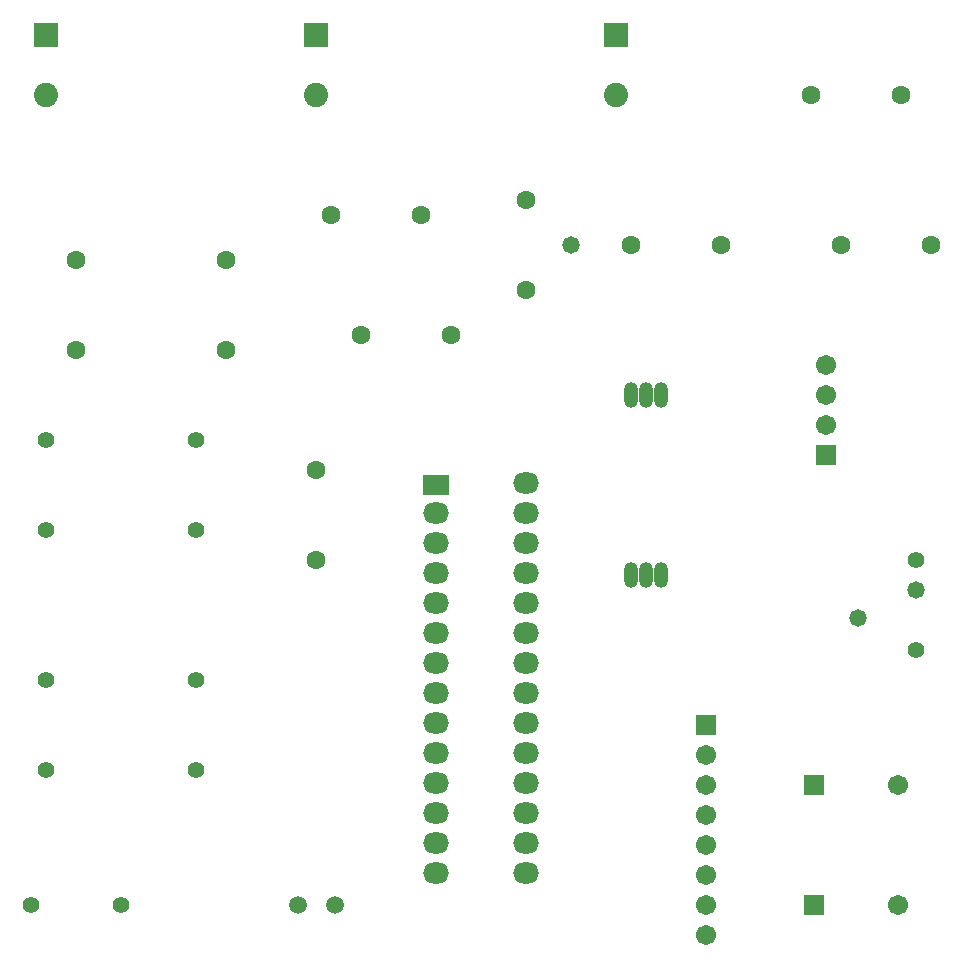
<source format=gts>
G04 Layer_Color=8388736*
%FSLAX25Y25*%
%MOIN*%
G70*
G01*
G75*
%ADD27C,0.05524*%
%ADD28C,0.06312*%
%ADD29C,0.06706*%
%ADD30R,0.06706X0.06706*%
%ADD31O,0.04737X0.08674*%
%ADD32O,0.04737X0.08674*%
%ADD33C,0.05918*%
%ADD34O,0.08674X0.07099*%
%ADD35R,0.08674X0.07099*%
%ADD36R,0.06706X0.06706*%
%ADD37R,0.08083X0.08083*%
%ADD38C,0.08083*%
%ADD39C,0.05800*%
D27*
X240000Y345000D02*
D03*
Y315000D02*
D03*
X290000Y345000D02*
D03*
Y315000D02*
D03*
X530000Y305000D02*
D03*
Y275000D02*
D03*
X235000Y190000D02*
D03*
X265000D02*
D03*
X240000Y265000D02*
D03*
Y235000D02*
D03*
X290000Y265000D02*
D03*
Y235000D02*
D03*
D28*
X300000Y375000D02*
D03*
Y405000D02*
D03*
X250000Y375000D02*
D03*
Y405000D02*
D03*
X400000Y395000D02*
D03*
Y425000D02*
D03*
X505000Y410000D02*
D03*
X535000D02*
D03*
X330000Y305000D02*
D03*
Y335000D02*
D03*
X495000Y460000D02*
D03*
X525000D02*
D03*
X465000Y410000D02*
D03*
X435000D02*
D03*
X375000Y380000D02*
D03*
X345000D02*
D03*
X365000Y420000D02*
D03*
X335000D02*
D03*
D29*
X500000Y370000D02*
D03*
Y360000D02*
D03*
Y350000D02*
D03*
X523976Y190000D02*
D03*
Y230000D02*
D03*
X460000Y240000D02*
D03*
Y230000D02*
D03*
Y220000D02*
D03*
Y210000D02*
D03*
Y200000D02*
D03*
Y190000D02*
D03*
Y180000D02*
D03*
D30*
X500000Y340000D02*
D03*
X460000Y250000D02*
D03*
D31*
X445000Y360000D02*
D03*
X435000D02*
D03*
X445000Y300000D02*
D03*
X435000D02*
D03*
D32*
X440000Y360000D02*
D03*
Y300000D02*
D03*
D33*
X323898Y190000D02*
D03*
X336102D02*
D03*
D34*
X400039Y200748D02*
D03*
Y210748D02*
D03*
Y220748D02*
D03*
Y230748D02*
D03*
Y240748D02*
D03*
Y250748D02*
D03*
Y260748D02*
D03*
Y270748D02*
D03*
Y280748D02*
D03*
Y290748D02*
D03*
Y300748D02*
D03*
Y310748D02*
D03*
Y320748D02*
D03*
Y330748D02*
D03*
X370039Y200748D02*
D03*
Y210748D02*
D03*
Y220748D02*
D03*
Y230748D02*
D03*
Y240748D02*
D03*
Y250748D02*
D03*
Y260748D02*
D03*
Y270748D02*
D03*
Y280748D02*
D03*
Y290748D02*
D03*
Y300748D02*
D03*
Y310748D02*
D03*
Y320748D02*
D03*
D35*
X370000Y330000D02*
D03*
D36*
X496024Y190000D02*
D03*
Y230000D02*
D03*
D37*
X240000Y480000D02*
D03*
X330000D02*
D03*
X430000D02*
D03*
D38*
X240000Y460000D02*
D03*
X330000D02*
D03*
X430000D02*
D03*
D39*
X530000Y295000D02*
D03*
X510500Y285500D02*
D03*
X415000Y410000D02*
D03*
M02*

</source>
